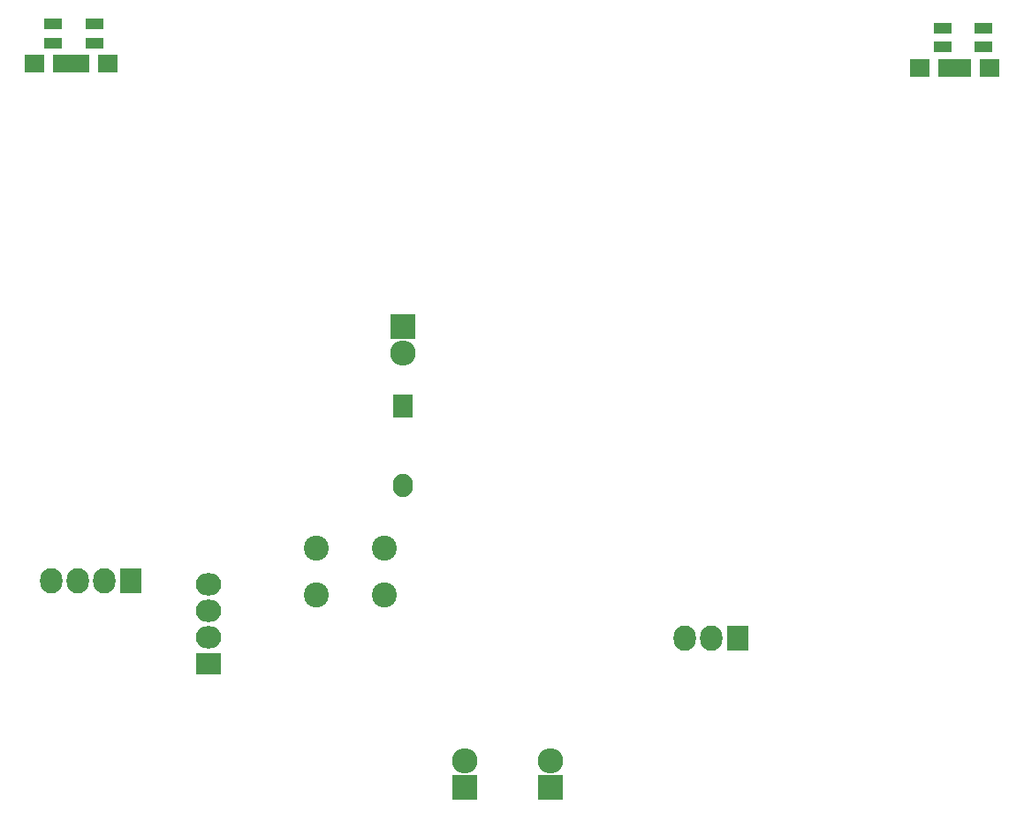
<source format=gbr>
G04 #@! TF.FileFunction,Soldermask,Bot*
%FSLAX46Y46*%
G04 Gerber Fmt 4.6, Leading zero omitted, Abs format (unit mm)*
G04 Created by KiCad (PCBNEW 4.0.4-stable) date 11/02/17 14:02:35*
%MOMM*%
%LPD*%
G01*
G04 APERTURE LIST*
%ADD10C,0.100000*%
%ADD11R,2.127200X2.432000*%
%ADD12O,2.127200X2.432000*%
%ADD13C,2.400000*%
%ADD14R,2.432000X2.432000*%
%ADD15O,2.432000X2.432000*%
%ADD16R,2.432000X2.127200*%
%ADD17O,2.432000X2.127200*%
%ADD18R,1.924000X2.224000*%
%ADD19O,1.924000X2.224000*%
%ADD20R,1.700000X1.000000*%
%ADD21R,1.900000X1.700000*%
G04 APERTURE END LIST*
D10*
D11*
X111290000Y-116220000D03*
D12*
X108750000Y-116220000D03*
X106210000Y-116220000D03*
X103670000Y-116220000D03*
D13*
X129110000Y-117540000D03*
X129110000Y-113040000D03*
X135610000Y-117540000D03*
X135610000Y-113040000D03*
D14*
X137410000Y-91780000D03*
D15*
X137410000Y-94320000D03*
D16*
X118710000Y-124170000D03*
D17*
X118710000Y-121630000D03*
X118710000Y-119090000D03*
X118710000Y-116550000D03*
D14*
X151480000Y-136030000D03*
D15*
X151480000Y-133490000D03*
D11*
X169418000Y-121666000D03*
D12*
X166878000Y-121666000D03*
X164338000Y-121666000D03*
D14*
X143290000Y-136050000D03*
D15*
X143290000Y-133510000D03*
D18*
X137360000Y-99410000D03*
D19*
X137360000Y-107030000D03*
D20*
X189070000Y-63200000D03*
X193000000Y-63200000D03*
X189070000Y-65000000D03*
X193000000Y-65000000D03*
X103870000Y-62810000D03*
X107800000Y-62810000D03*
X103870000Y-64610000D03*
X107800000Y-64610000D03*
D21*
X186900000Y-67000000D03*
X189600000Y-67000000D03*
X193600000Y-67000000D03*
X190900000Y-67000000D03*
X102050000Y-66620000D03*
X104750000Y-66620000D03*
X109120000Y-66580000D03*
X106420000Y-66580000D03*
M02*

</source>
